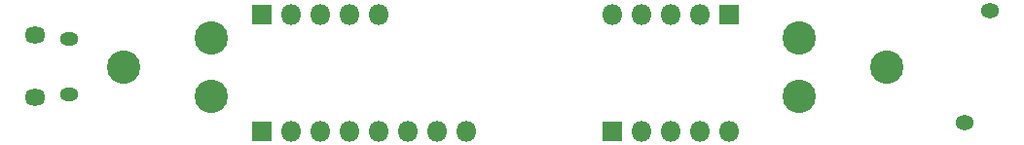
<source format=gbs>
G04 #@! TF.GenerationSoftware,KiCad,Pcbnew,(5.1.6-0-10_14)*
G04 #@! TF.CreationDate,2020-07-04T12:52:55-07:00*
G04 #@! TF.ProjectId,18650,31383635-302e-46b6-9963-61645f706362,rev?*
G04 #@! TF.SameCoordinates,Original*
G04 #@! TF.FileFunction,Soldermask,Bot*
G04 #@! TF.FilePolarity,Negative*
%FSLAX46Y46*%
G04 Gerber Fmt 4.6, Leading zero omitted, Abs format (unit mm)*
G04 Created by KiCad (PCBNEW (5.1.6-0-10_14)) date 2020-07-04 12:52:55*
%MOMM*%
%LPD*%
G01*
G04 APERTURE LIST*
%ADD10O,1.625600X1.301600*%
%ADD11C,2.901600*%
%ADD12O,1.801600X1.801600*%
%ADD13R,1.801600X1.801600*%
%ADD14O,1.801600X1.451600*%
%ADD15O,1.601600X1.201600*%
G04 APERTURE END LIST*
D10*
X140800000Y-104900000D03*
X143000000Y-95100000D03*
D11*
X75200000Y-97460000D03*
X75200000Y-102540000D03*
X126400000Y-97460000D03*
X126400000Y-102540000D03*
X134020000Y-100000000D03*
X67580000Y-100000000D03*
D12*
X120300000Y-105610000D03*
X117760000Y-105610000D03*
X115220000Y-105610000D03*
X112680000Y-105610000D03*
D13*
X110140000Y-105610000D03*
D12*
X97460000Y-105610000D03*
X94920000Y-105610000D03*
X92380000Y-105610000D03*
X89840000Y-105610000D03*
X87300000Y-105610000D03*
X84760000Y-105610000D03*
X82220000Y-105610000D03*
D13*
X79680000Y-105610000D03*
D14*
X59885000Y-102705000D03*
X59885000Y-97245000D03*
D15*
X62885000Y-102395000D03*
X62885000Y-97555000D03*
D12*
X110140000Y-95450000D03*
X112680000Y-95450000D03*
X115220000Y-95450000D03*
X117760000Y-95450000D03*
D13*
X120300000Y-95450000D03*
X79660000Y-95440000D03*
D12*
X82200000Y-95440000D03*
X84740000Y-95440000D03*
X87280000Y-95440000D03*
X89820000Y-95440000D03*
M02*

</source>
